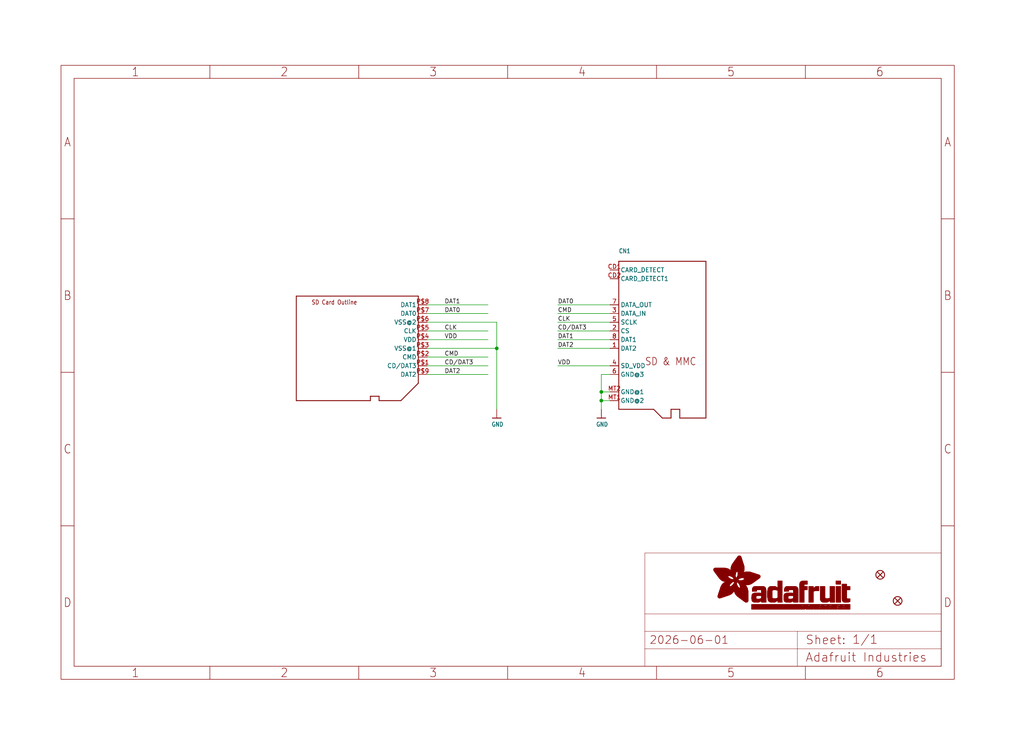
<source format=kicad_sch>
(kicad_sch (version 20230121) (generator eeschema)
  (paper "User" 298.45 217.322)
  (lib_symbols
    (symbol "working-eagle-import:FIDUCIAL1X2.5")
    (symbol "working-eagle-import:FRAME_A4_ADAFRUIT"
      (symbol "FRAME_A4_ADAFRUIT_1_0"
        (text "${#}/${##}" (at 230.505 10.16 0) (effects (font (size 2.54 2.54)) (justify left bottom)))
        (text "${CURRENT_DATE}" (at 171.45 10.16 0) (effects (font (size 2.286 2.286)) (justify left bottom)))
        (text "${PROJECTNAME}" (at 171.45 15.24 0) (effects (font (size 2.54 2.54)) (justify left bottom)))
        (text "1" (at 21.6958 1.905 0) (effects (font (size 2.54 2.286))))
        (text "1" (at 21.6958 177.165 0) (effects (font (size 2.54 2.286))))
        (text "2" (at 65.0875 1.905 0) (effects (font (size 2.54 2.286))))
        (text "2" (at 65.0875 177.165 0) (effects (font (size 2.54 2.286))))
        (text "3" (at 108.4792 1.905 0) (effects (font (size 2.54 2.286))))
        (text "3" (at 108.4792 177.165 0) (effects (font (size 2.54 2.286))))
        (text "4" (at 151.8708 1.905 0) (effects (font (size 2.54 2.286))))
        (text "4" (at 151.8708 177.165 0) (effects (font (size 2.54 2.286))))
        (text "5" (at 195.2625 1.905 0) (effects (font (size 2.54 2.286))))
        (text "5" (at 195.2625 177.165 0) (effects (font (size 2.54 2.286))))
        (text "6" (at 238.6542 1.905 0) (effects (font (size 2.54 2.286))))
        (text "6" (at 238.6542 177.165 0) (effects (font (size 2.54 2.286))))
        (text "A" (at 1.905 156.6863 0) (effects (font (size 2.54 2.286))))
        (text "A" (at 258.445 156.6863 0) (effects (font (size 2.54 2.286))))
        (text "Adafruit Industries" (at 216.916 4.953 0) (effects (font (size 2.54 2.54)) (justify left bottom)))
        (text "B" (at 1.905 111.9188 0) (effects (font (size 2.54 2.286))))
        (text "B" (at 258.445 111.9188 0) (effects (font (size 2.54 2.286))))
        (text "C" (at 1.905 67.1513 0) (effects (font (size 2.54 2.286))))
        (text "C" (at 258.445 67.1513 0) (effects (font (size 2.54 2.286))))
        (text "D" (at 1.905 22.3838 0) (effects (font (size 2.54 2.286))))
        (text "D" (at 258.445 22.3838 0) (effects (font (size 2.54 2.286))))
        (text "Sheet:" (at 216.916 10.033 0) (effects (font (size 2.54 2.54)) (justify left bottom)))
      )
    )
    (symbol "working-eagle-import:GND" (power)
      (property "Value" "GND" (at -1.524 -2.54 0))
      (symbol "GND_1_0"
        (pin power_in line (at 0 2.54 270) (length 2.54) (name "GND") (number "1"))
      )
    )
    (symbol "working-eagle-import:MICROSD"
      (property "Reference" "CN" (at -12.7 22.606 0))
      (symbol "MICROSD_1_0"
        (text "SD & MMC" (at -5.08 -10.16 0) (effects (font (size 2.1844 1.8567)) (justify left bottom)))
        (pin bidirectional line (at -15.24 -5.08 0) (length 2.54) (name "DAT2") (number "1"))
        (pin input line (at -15.24 0 0) (length 2.54) (name "CS") (number "2"))
        (pin input line (at -15.24 5.08 0) (length 2.54) (name "DATA_IN") (number "3"))
        (pin power_in line (at -15.24 -10.16 0) (length 2.54) (name "SD_VDD") (number "4"))
        (pin input line (at -15.24 2.54 0) (length 2.54) (name "SCLK") (number "5"))
        (pin power_in line (at -15.24 -12.7 0) (length 2.54) (name "GND@3") (number "6"))
        (pin output line (at -15.24 7.62 0) (length 2.54) (name "DATA_OUT") (number "7"))
        (pin bidirectional line (at -15.24 -2.54 0) (length 2.54) (name "DAT1") (number "8"))
        (pin passive line (at -15.24 17.78 0) (length 2.54) (name "CARD_DETECT") (number "CD1"))
        (pin passive line (at -15.24 15.24 0) (length 2.54) (name "CARD_DETECT1") (number "CD2"))
        (pin power_in line (at -15.24 -20.32 0) (length 2.54) (name "GND@2") (number "MT1"))
        (pin power_in line (at -15.24 -17.78 0) (length 2.54) (name "GND@1") (number "MT2"))
      )
    )
    (symbol "working-eagle-import:SDCARD_PCBCARRIERTDOCU"
      (symbol "SDCARD_PCBCARRIERTDOCU_1_0"
        (text "SD Card Outline" (at 0 12.7 0) (effects (font (size 1.27 1.0795)) (justify left bottom)))
        (pin bidirectional line (at -20.32 -5.08 0) (length 2.54) (name "CD/DAT3") (number "P$1"))
        (pin bidirectional line (at -20.32 -2.54 0) (length 2.54) (name "CMD") (number "P$2"))
        (pin power_in line (at -20.32 0 0) (length 2.54) (name "VSS@1") (number "P$3"))
        (pin power_in line (at -20.32 2.54 0) (length 2.54) (name "VDD") (number "P$4"))
        (pin bidirectional line (at -20.32 5.08 0) (length 2.54) (name "CLK") (number "P$5"))
        (pin power_in line (at -20.32 7.62 0) (length 2.54) (name "VSS@2") (number "P$6"))
        (pin bidirectional line (at -20.32 10.16 0) (length 2.54) (name "DAT0") (number "P$7"))
        (pin bidirectional line (at -20.32 12.7 0) (length 2.54) (name "DAT1") (number "P$8"))
        (pin bidirectional line (at -20.32 -7.62 0) (length 2.54) (name "DAT2") (number "P$9"))
      )
    )
  )
  (junction (at 144.78 101.6))
  (junction (at 175.26 114.3))
  (junction (at 175.26 116.84))
  (wire (pts (xy 177.8 114.3) (xy 175.26 114.3)) (stroke (width 0.1524)))
  (wire (pts (xy 177.8 96.52) (xy 162.56 96.52)) (stroke (width 0.1524)))
  (wire (pts (xy 124.46 88.9) (xy 142.24 88.9)) (stroke (width 0.1524)))
  (wire (pts (xy 177.8 99.06) (xy 162.56 99.06)) (stroke (width 0.1524)))
  (wire (pts (xy 144.78 101.6) (xy 144.78 119.38)) (stroke (width 0.1524)))
  (wire (pts (xy 124.46 101.6) (xy 144.78 101.6)) (stroke (width 0.1524)))
  (wire (pts (xy 175.26 116.84) (xy 175.26 119.38)) (stroke (width 0.1524)))
  (wire (pts (xy 177.8 101.6) (xy 162.56 101.6)) (stroke (width 0.1524)))
  (wire (pts (xy 124.46 109.22) (xy 142.24 109.22)) (stroke (width 0.1524)))
  (wire (pts (xy 124.46 96.52) (xy 142.24 96.52)) (stroke (width 0.1524)))
  (wire (pts (xy 177.8 106.68) (xy 162.56 106.68)) (stroke (width 0.1524)))
  (wire (pts (xy 124.46 93.98) (xy 144.78 93.98)) (stroke (width 0.1524)))
  (wire (pts (xy 144.78 93.98) (xy 144.78 101.6)) (stroke (width 0.1524)))
  (wire (pts (xy 175.26 109.22) (xy 175.26 114.3)) (stroke (width 0.1524)))
  (wire (pts (xy 177.8 91.44) (xy 162.56 91.44)) (stroke (width 0.1524)))
  (wire (pts (xy 177.8 116.84) (xy 175.26 116.84)) (stroke (width 0.1524)))
  (wire (pts (xy 124.46 99.06) (xy 142.24 99.06)) (stroke (width 0.1524)))
  (wire (pts (xy 124.46 104.14) (xy 142.24 104.14)) (stroke (width 0.1524)))
  (wire (pts (xy 124.46 91.44) (xy 142.24 91.44)) (stroke (width 0.1524)))
  (wire (pts (xy 177.8 93.98) (xy 162.56 93.98)) (stroke (width 0.1524)))
  (wire (pts (xy 177.8 109.22) (xy 175.26 109.22)) (stroke (width 0.1524)))
  (wire (pts (xy 124.46 106.68) (xy 142.24 106.68)) (stroke (width 0.1524)))
  (wire (pts (xy 175.26 114.3) (xy 175.26 116.84)) (stroke (width 0.1524)))
  (wire (pts (xy 177.8 88.9) (xy 162.56 88.9)) (stroke (width 0.1524)))
  (label "CD/DAT3" (at 129.54 106.68 0) (effects (font (size 1.2446 1.2446))))
  (label "CLK" (at 162.56 93.98 0) (effects (font (size 1.2446 1.2446))))
  (label "DAT0" (at 162.56 88.9 0) (effects (font (size 1.2446 1.2446))))
  (label "VDD" (at 129.54 99.06 0) (effects (font (size 1.2446 1.2446))))
  (label "VDD" (at 162.56 106.68 0) (effects (font (size 1.2446 1.2446))))
  (label "DAT2" (at 129.54 109.22 0) (effects (font (size 1.2446 1.2446))))
  (label "DAT1" (at 129.54 88.9 0) (effects (font (size 1.2446 1.2446))))
  (label "CMD" (at 162.56 91.44 0) (effects (font (size 1.2446 1.2446))))
  (label "CD/DAT3" (at 162.56 96.52 0) (effects (font (size 1.2446 1.2446))))
  (label "CLK" (at 129.54 96.52 0) (effects (font (size 1.2446 1.2446))))
  (label "CMD" (at 129.54 104.14 0) (effects (font (size 1.2446 1.2446))))
  (label "DAT0" (at 129.54 91.44 0) (effects (font (size 1.2446 1.2446))))
  (label "DAT1" (at 162.56 99.06 0) (effects (font (size 1.2446 1.2446))))
  (label "DAT2" (at 162.56 101.6 0) (effects (font (size 1.2446 1.2446))))
  (symbol (lib_id "working-eagle-import:MICROSD") (at 193.04 96.52 0) (unit 1)
    (property "Reference" "CN1" (at 180.34 73.914 0) (effects (font (size 1.27 1.0795)) (justify left bottom)))
    (property "Value" "MICROSD" (effects hide))
    (property "Footprint" "working:MICROSD" (effects hide))
  )
  (symbol (lib_id "working-eagle-import:FIDUCIAL1X2.5") (at 261.62 175.26 0) (unit 1)
    (property "Reference" "FID2" (effects hide))
    (property "Value" "FIDUCIAL1X2.5" (effects hide))
    (property "Footprint" "working:FIDUCIAL-1X2.5" (effects hide))
  )
  (symbol (lib_id "working-eagle-import:SDCARD_PCBCARRIERTDOCU") (at 104.14 101.6 0) (mirror y) (unit 1)
    (property "Reference" "U$2" (effects hide))
    (property "Value" "SDCARD_PCBCARRIERTDOCU" (effects hide))
    (property "Footprint" "working:SDCARD_PCBCARRIER_DOCU" (effects hide))
  )
  (symbol (lib_id "working-eagle-import:FRAME_A4_ADAFRUIT") (at 17.78 198.12 0) (unit 1)
    (property "Reference" "#U$1" (effects hide))
    (property "Value" "FRAME_A4_ADAFRUIT" (effects hide))
  )
  (symbol (lib_id "working-eagle-import:GND") (at 175.26 121.92 0) (unit 1)
    (property "Reference" "#U$3" (effects hide))
    (property "Value" "GND" (at 173.736 124.46 0) (effects (font (size 1.27 1.0795)) (justify left bottom)))
  )
  (symbol (lib_id "working-eagle-import:GND") (at 144.78 121.92 0) (unit 1)
    (property "Reference" "#U$4" (effects hide))
    (property "Value" "GND" (at 143.256 124.46 0) (effects (font (size 1.27 1.0795)) (justify left bottom)))
  )
  (symbol (lib_id "working-eagle-import:FIDUCIAL1X2.5") (at 256.54 167.64 0) (unit 1)
    (property "Reference" "FID1" (effects hide))
    (property "Value" "FIDUCIAL1X2.5" (effects hide))
    (property "Footprint" "working:FIDUCIAL-1X2.5" (effects hide))
  )
)
</source>
